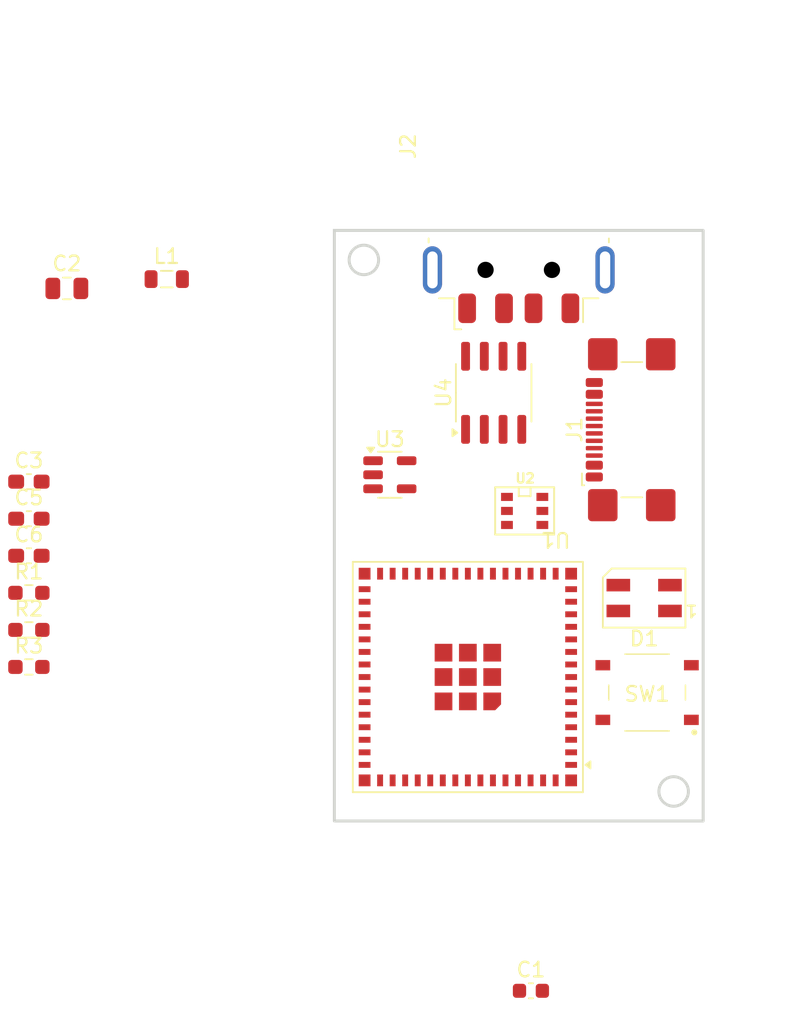
<source format=kicad_pcb>
(kicad_pcb (version 20241229) (generator "pcbnew") (generator_version "9.0")
  (layers (0 "F.Cu" signal) (2 "B.Cu" signal) (13 "F.Paste" user) (15 "B.Paste" user) (5 "F.SilkS" user "F.Silkscreen") (7 "B.SilkS" user "B.Silkscreen") (1 "F.Mask" user) (3 "B.Mask" user) (25 "Edge.Cuts" user))
  (net 0 "")
  (net 7 "14")
  (net 8 "15")
  (net 11 "1")
  (net 13 "2")
  (net 18 "4")
  (net 24 "GND")
  (net 25 "VCC_5V")
  (net 26 "VCC_3.3V")
  (net 27 "D+")
  (net 28 "D-")
  (net 29 "Net-(U3-SW)")
  (net 31 "3")
  (net 32 "DMX+")
  (net 33 "DMX-")
  (net 34 "Net-(J1-D--PadA7)")
  (net 35 "Net-(J1-CC2)")
  (net 36 "Net-(J1-D+-PadA6)")
  (net 38 "Net-(J1-CC1)")
  (footprint "Connector_USB:USB_C_Receptacle_GCT_USB4110" (layer "F.Cu") (at 108.8 93.5 90)
    (property "Reference" "J1" (at 0 -5.015 90) (layer "F.SilkS"))
    (property "Value" "USB_C_Receptacle_USB2.0_16P")
    (fp_line (start -2.96 -4.515) (end -3.76 -4.515) (stroke (width 0.12)) (layer "F.SilkS"))
    (fp_line (start -3.76 -4.515) (end -3.76 -4.365) (stroke (width 0.12)) (layer "F.SilkS"))
    (fp_line (start 4.58 -0.435) (end 4.58 -1.845) (stroke (width 0.12)) (layer "F.SilkS"))
    (fp_line (start -4.58 -0.435) (end -4.58 -1.845) (stroke (width 0.12)) (layer "F.SilkS"))
    (pad "" np_thru_hole circle (at -2.89 -2.605 90) (size 0.65 0.65) (drill 0.65) (layers "*.Cu" "*.Mask"))
    (pad "" np_thru_hole circle (at 2.89 -2.605 90) (size 0.65 0.65) (drill 0.65) (layers "*.Cu" "*.Mask"))
    (pad "A1" smd roundrect (at -3.2 -3.68 90) (size 0.6 1.15) (layers "F.Cu" "F.Mask" "F.Paste") (net 24 "GND"))
    (pad "A4" smd roundrect (at -2.4 -3.68 90) (size 0.6 1.15) (layers "F.Cu" "F.Mask" "F.Paste") (net 25 "VCC_5V"))
    (pad "A5" smd roundrect (at -1.25 -3.68 90) (size 0.3 1.15) (layers "F.Cu" "F.Mask" "F.Paste") (net 38 "Net-(J1-CC1)"))
    (pad "A6" smd roundrect (at -0.25 -3.68 90) (size 0.3 1.15) (layers "F.Cu" "F.Mask" "F.Paste") (net 36 "Net-(J1-D+-PadA6)"))
    (pad "A7" smd roundrect (at 0.25 -3.68 90) (size 0.3 1.15) (layers "F.Cu" "F.Mask" "F.Paste") (net 34 "Net-(J1-D--PadA7)"))
    (pad "A8" smd roundrect (at 1.25 -3.68 90) (size 0.3 1.15) (layers "F.Cu" "F.Mask" "F.Paste"))
    (pad "A9" smd roundrect (at 2.4 -3.68 90) (size 0.6 1.15) (layers "F.Cu" "F.Mask" "F.Paste") (net 25 "VCC_5V"))
    (pad "A12" smd roundrect (at 3.2 -3.68 90) (size 0.6 1.15) (layers "F.Cu" "F.Mask" "F.Paste") (net 24 "GND"))
    (pad "B1" smd roundrect (at 3.2 -3.68 90) (size 0.6 1.15) (layers "F.Cu" "F.Mask" "F.Paste") (net 24 "GND"))
    (pad "B4" smd roundrect (at 2.4 -3.68 90) (size 0.6 1.15) (layers "F.Cu" "F.Mask" "F.Paste") (net 25 "VCC_5V"))
    (pad "B5" smd roundrect (at 1.75 -3.68 90) (size 0.3 1.15) (layers "F.Cu" "F.Mask" "F.Paste") (net 35 "Net-(J1-CC2)"))
    (pad "B6" smd roundrect (at 0.75 -3.68 90) (size 0.3 1.15) (layers "F.Cu" "F.Mask" "F.Paste") (net 36 "Net-(J1-D+-PadA6)"))
    (pad "B7" smd roundrect (at -0.75 -3.68 90) (size 0.3 1.15) (layers "F.Cu" "F.Mask" "F.Paste") (net 34 "Net-(J1-D--PadA7)"))
    (pad "B8" smd roundrect (at -1.75 -3.68 90) (size 0.3 1.15) (layers "F.Cu" "F.Mask" "F.Paste"))
    (pad "B9" smd roundrect (at -2.4 -3.68 90) (size 0.6 1.15) (layers "F.Cu" "F.Mask" "F.Paste") (net 25 "VCC_5V"))
    (pad "B12" smd roundrect (at -3.2 -3.68 90) (size 0.6 1.15) (layers "F.Cu" "F.Mask" "F.Paste") (net 24 "GND"))
    (pad "S1" smd roundrect (at -5.11 -3.105 90) (size 2.18 2) (layers "F.Cu" "F.Mask" "F.Paste") (roundrect_rratio 0.125) (net 24 "GND"))
    (pad "S1" smd roundrect (at -5.11 0.825 90) (size 2.18 2) (layers "F.Cu" "F.Mask" "F.Paste") (roundrect_rratio 0.125) (net 24 "GND"))
    (pad "S1" smd roundrect (at 5.11 -3.105 90) (size 2.18 2) (layers "F.Cu" "F.Mask" "F.Paste") (roundrect_rratio 0.125) (net 24 "GND"))
    (pad "S1" smd roundrect (at 5.11 0.825 90) (size 2.18 2) (layers "F.Cu" "F.Mask" "F.Paste") (roundrect_rratio 0.125) (net 24 "GND"))
  )
  (footprint "Resistor_SMD:R_0603_1608Metric_Pad0.98x0.95mm_HandSolder" (layer "F.Cu") (at 66.7935 104.546)
    (property "Reference" "R1" (at 0 -1.43 0) (layer "F.SilkS"))
    (property "Value" "5k1")
    (fp_line (start -0.254724 -0.5225) (end 0.254724 -0.5225) (stroke (width 0.12)) (layer "F.SilkS"))
    (fp_line (start -0.254724 0.5225) (end 0.254724 0.5225) (stroke (width 0.12)) (layer "F.SilkS"))
    (pad "1" smd roundrect (at -0.9125 0) (size 0.975 0.95) (layers "F.Cu" "F.Mask" "F.Paste") (net 38 "Net-(J1-CC1)"))
    (pad "2" smd roundrect (at 0.9125 0) (size 0.975 0.95) (layers "F.Cu" "F.Mask" "F.Paste") (net 24 "GND"))
  )
  (footprint "Resistor_SMD:R_0603_1608Metric_Pad0.98x0.95mm_HandSolder" (layer "F.Cu") (at 66.7935 107.056)
    (property "Reference" "R2" (at 0 -1.43 0) (layer "F.SilkS"))
    (property "Value" "5k1")
    (fp_line (start -0.254724 -0.5225) (end 0.254724 -0.5225) (stroke (width 0.12)) (layer "F.SilkS"))
    (fp_line (start -0.254724 0.5225) (end 0.254724 0.5225) (stroke (width 0.12)) (layer "F.SilkS"))
    (pad "1" smd roundrect (at -0.9125 0) (size 0.975 0.95) (layers "F.Cu" "F.Mask" "F.Paste") (net 35 "Net-(J1-CC2)"))
    (pad "2" smd roundrect (at 0.9125 0) (size 0.975 0.95) (layers "F.Cu" "F.Mask" "F.Paste") (net 24 "GND"))
  )
  (footprint "LED_SMD:LED_SK6812MINI_PLCC4_3.5x3.5mm_P1.75mm" (layer "F.Cu") (at 108.5 104.9 180)
    (property "Reference" "D1" (at 0 -2.75 0) (layer "F.SilkS"))
    (property "Value" "SK6812MINI")
    (fp_line (start 2.8 1.4) (end 2.8 -2) (stroke (width 0.12)) (layer "F.SilkS"))
    (fp_line (start 2.8 1.4) (end 2.2 2) (stroke (width 0.12)) (layer "F.SilkS"))
    (fp_line (start -2.8 2) (end 2.2 2) (stroke (width 0.12)) (layer "F.SilkS"))
    (fp_line (start -2.8 -2) (end 2.8 -2) (stroke (width 0.12)) (layer "F.SilkS"))
    (fp_line (start -2.8 -2) (end -2.8 2) (stroke (width 0.12)) (layer "F.SilkS"))
    (fp_text user "1" (at -3.2 -0.875 180) (layer "F.SilkS") (effects (font (size 0.8 0.8))))
    (pad "1" smd rect (at -1.75 -0.875 180) (size 1.6 0.85) (layers "F.Cu" "F.Mask" "F.Paste"))
    (pad "2" smd rect (at -1.75 0.875 180) (size 1.6 0.85) (layers "F.Cu" "F.Mask" "F.Paste") (net 24 "GND"))
    (pad "3" smd rect (at 1.75 0.875 180) (size 1.6 0.85) (layers "F.Cu" "F.Mask" "F.Paste") (net 7 "14"))
    (pad "4" smd rect (at 1.75 -0.875 180) (size 1.6 0.85) (layers "F.Cu" "F.Mask" "F.Paste") (net 25 "VCC_5V"))
  )
  (footprint "RF_Module:ESP32-S2-MINI-1U" (layer "F.Cu") (at 96.55 110.25 180)
    (property "Reference" "U1" (at -5.95 9.3 180) (layer "F.SilkS"))
    (property "Value" "ESP32-S3-MINI-1U")
    (fp_line (start 7.8 7.8) (end -7.8 7.8) (stroke (width 0.12)) (layer "F.SilkS"))
    (fp_line (start 7.8 -7.8) (end 7.8 7.8) (stroke (width 0.12)) (layer "F.SilkS"))
    (fp_line (start -7.8 7.8) (end -7.8 -7.8) (stroke (width 0.12)) (layer "F.SilkS"))
    (fp_line (start -7.8 -7.8) (end 7.8 -7.8) (stroke (width 0.12)) (layer "F.SilkS"))
    (fp_poly (pts (xy -7.975 -5.95) (xy -8.311 -5.71) (xy -8.311 -6.19) (xy -7.975 -5.95)) (stroke (width 0.12)) (fill yes) (layer "F.SilkS"))
    (pad "1" smd rect (at -7 -5.95 180) (size 0.8 0.4) (layers "F.Cu" "F.Mask" "F.Paste") (net 24 "GND"))
    (pad "2" smd rect (at -7 -5.1 180) (size 0.8 0.4) (layers "F.Cu" "F.Mask" "F.Paste") (net 24 "GND"))
    (pad "3" smd rect (at -7 -4.25 180) (size 0.8 0.4) (layers "F.Cu" "F.Mask" "F.Paste") (net 26 "VCC_3.3V"))
    (pad "4" smd rect (at -7 -3.4 180) (size 0.8 0.4) (layers "F.Cu" "F.Mask" "F.Paste"))
    (pad "5" smd rect (at -7 -2.55 180) (size 0.8 0.4) (layers "F.Cu" "F.Mask" "F.Paste") (net 11 "1"))
    (pad "6" smd rect (at -7 -1.7 180) (size 0.8 0.4) (layers "F.Cu" "F.Mask" "F.Paste") (net 13 "2"))
    (pad "7" smd rect (at -7 -0.85 180) (size 0.8 0.4) (layers "F.Cu" "F.Mask" "F.Paste") (net 31 "3"))
    (pad "8" smd rect (at -7 0 180) (size 0.8 0.4) (layers "F.Cu" "F.Mask" "F.Paste") (net 18 "4"))
    (pad "9" smd rect (at -7 0.85 180) (size 0.8 0.4) (layers "F.Cu" "F.Mask" "F.Paste"))
    (pad "10" smd rect (at -7 1.7 180) (size 0.8 0.4) (layers "F.Cu" "F.Mask" "F.Paste"))
    (pad "11" smd rect (at -7 2.55 180) (size 0.8 0.4) (layers "F.Cu" "F.Mask" "F.Paste"))
    (pad "12" smd rect (at -7 3.4 180) (size 0.8 0.4) (layers "F.Cu" "F.Mask" "F.Paste"))
    (pad "13" smd rect (at -7 4.25 180) (size 0.8 0.4) (layers "F.Cu" "F.Mask" "F.Paste"))
    (pad "14" smd rect (at -7 5.1 180) (size 0.8 0.4) (layers "F.Cu" "F.Mask" "F.Paste"))
    (pad "15" smd rect (at -7 5.95 180) (size 0.8 0.4) (layers "F.Cu" "F.Mask" "F.Paste"))
    (pad "16" smd rect (at -5.95 7 270) (size 0.8 0.4) (layers "F.Cu" "F.Mask" "F.Paste"))
    (pad "17" smd rect (at -5.1 7 270) (size 0.8 0.4) (layers "F.Cu" "F.Mask" "F.Paste"))
    (pad "18" smd rect (at -4.25 7 270) (size 0.8 0.4) (layers "F.Cu" "F.Mask" "F.Paste") (net 7 "14"))
    (pad "19" smd rect (at -3.4 7 270) (size 0.8 0.4) (layers "F.Cu" "F.Mask" "F.Paste") (net 8 "15"))
    (pad "20" smd rect (at -2.55 7 270) (size 0.8 0.4) (layers "F.Cu" "F.Mask" "F.Paste"))
    (pad "21" smd rect (at -1.7 7 270) (size 0.8 0.4) (layers "F.Cu" "F.Mask" "F.Paste"))
    (pad "22" smd rect (at -0.85 7 270) (size 0.8 0.4) (layers "F.Cu" "F.Mask" "F.Paste"))
    (pad "23" smd rect (at 0 7 270) (size 0.8 0.4) (layers "F.Cu" "F.Mask" "F.Paste") (net 28 "D-"))
    (pad "24" smd rect (at 0.85 7 270) (size 0.8 0.4) (layers "F.Cu" "F.Mask" "F.Paste") (net 27 "D+"))
    (pad "25" smd rect (at 1.7 7 270) (size 0.8 0.4) (layers "F.Cu" "F.Mask" "F.Paste"))
    (pad "26" smd rect (at 2.55 7 270) (size 0.8 0.4) (layers "F.Cu" "F.Mask" "F.Paste"))
    (pad "27" smd rect (at 3.4 7 270) (size 0.8 0.4) (layers "F.Cu" "F.Mask" "F.Paste"))
    (pad "28" smd rect (at 4.25 7 270) (size 0.8 0.4) (layers "F.Cu" "F.Mask" "F.Paste"))
    (pad "29" smd rect (at 5.1 7 270) (size 0.8 0.4) (layers "F.Cu" "F.Mask" "F.Paste"))
    (pad "30" smd rect (at 5.95 7 270) (size 0.8 0.4) (layers "F.Cu" "F.Mask" "F.Paste"))
    (pad "31" smd rect (at 7 5.95 180) (size 0.8 0.4) (layers "F.Cu" "F.Mask" "F.Paste"))
    (pad "32" smd rect (at 7 5.1 180) (size 0.8 0.4) (layers "F.Cu" "F.Mask" "F.Paste"))
    (pad "33" smd rect (at 7 4.25 180) (size 0.8 0.4) (layers "F.Cu" "F.Mask" "F.Paste"))
    (pad "34" smd rect (at 7 3.4 180) (size 0.8 0.4) (layers "F.Cu" "F.Mask" "F.Paste"))
    (pad "35" smd rect (at 7 2.55 180) (size 0.8 0.4) (layers "F.Cu" "F.Mask" "F.Paste"))
    (pad "36" smd rect (at 7 1.7 180) (size 0.8 0.4) (layers "F.Cu" "F.Mask" "F.Paste"))
    (pad "37" smd rect (at 7 0.85 180) (size 0.8 0.4) (layers "F.Cu" "F.Mask" "F.Paste"))
    (pad "38" smd rect (at 7 0 180) (size 0.8 0.4) (layers "F.Cu" "F.Mask" "F.Paste"))
    (pad "39" smd rect (at 7 -0.85 180) (size 0.8 0.4) (layers "F.Cu" "F.Mask" "F.Paste"))
    (pad "40" smd rect (at 7 -1.7 180) (size 0.8 0.4) (layers "F.Cu" "F.Mask" "F.Paste"))
    (pad "41" smd rect (at 7 -2.55 180) (size 0.8 0.4) (layers "F.Cu" "F.Mask" "F.Paste"))
    (pad "42" smd rect (at 7 -3.4 180) (size 0.8 0.4) (layers "F.Cu" "F.Mask" "F.Paste") (net 24 "GND"))
    (pad "43" smd rect (at 7 -4.25 180) (size 0.8 0.4) (layers "F.Cu" "F.Mask" "F.Paste") (net 24 "GND"))
    (pad "44" smd rect (at 7 -5.1 180) (size 0.8 0.4) (layers "F.Cu" "F.Mask" "F.Paste"))
    (pad "45" smd rect (at 7 -5.95 180) (size 0.8 0.4) (layers "F.Cu" "F.Mask" "F.Paste"))
    (pad "46" smd rect (at 5.95 -7 270) (size 0.8 0.4) (layers "F.Cu" "F.Mask" "F.Paste") (net 24 "GND"))
    (pad "47" smd rect (at 5.1 -7 270) (size 0.8 0.4) (layers "F.Cu" "F.Mask" "F.Paste") (net 24 "GND"))
    (pad "48" smd rect (at 4.25 -7 270) (size 0.8 0.4) (layers "F.Cu" "F.Mask" "F.Paste") (net 24 "GND"))
    (pad "49" smd rect (at 3.4 -7 270) (size 0.8 0.4) (layers "F.Cu" "F.Mask" "F.Paste") (net 24 "GND"))
    (pad "50" smd rect (at 2.55 -7 270) (size 0.8 0.4) (layers "F.Cu" "F.Mask" "F.Paste") (net 24 "GND"))
    (pad "51" smd rect (at 1.7 -7 270) (size 0.8 0.4) (layers "F.Cu" "F.Mask" "F.Paste") (net 24 "GND"))
    (pad "52" smd rect (at 0.85 -7 270) (size 0.8 0.4) (layers "F.Cu" "F.Mask" "F.Paste") (net 24 "GND"))
    (pad "53" smd rect (at 0 -7 270) (size 0.8 0.4) (layers "F.Cu" "F.Mask" "F.Paste") (net 24 "GND"))
    (pad "54" smd rect (at -0.85 -7 270) (size 0.8 0.4) (layers "F.Cu" "F.Mask" "F.Paste") (net 24 "GND"))
    (pad "55" smd rect (at -1.7 -7 270) (size 0.8 0.4) (layers "F.Cu" "F.Mask" "F.Paste") (net 24 "GND"))
    (pad "56" smd rect (at -2.55 -7 270) (size 0.8 0.4) (layers "F.Cu" "F.Mask" "F.Paste") (net 24 "GND"))
    (pad "57" smd rect (at -3.4 -7 270) (size 0.8 0.4) (layers "F.Cu" "F.Mask" "F.Paste") (net 24 "GND"))
    (pad "58" smd rect (at -4.25 -7 270) (size 0.8 0.4) (layers "F.Cu" "F.Mask" "F.Paste") (net 24 "GND"))
    (pad "59" smd rect (at -5.1 -7 270) (size 0.8 0.4) (layers "F.Cu" "F.Mask" "F.Paste") (net 24 "GND"))
    (pad "60" smd rect (at -5.95 -7 270) (size 0.8 0.4) (layers "F.Cu" "F.Mask" "F.Paste") (net 24 "GND"))
    (pad "61" smd roundrect (at -1.65 -1.65 180) (size 1.2 1.2) (property pad_prop_heatsink) (layers "F.Cu" "F.Mask" "F.Paste") (roundrect_rratio 0) (chamfer_ratio 0.33) (chamfer top_left) (net 24 "GND"))
    (pad "61" smd rect (at -1.65 0 180) (size 1.2 1.2) (property pad_prop_heatsink) (layers "F.Cu" "F.Mask" "F.Paste") (net 24 "GND"))
    (pad "61" smd rect (at -1.65 1.65 180) (size 1.2 1.2) (property pad_prop_heatsink) (layers "F.Cu" "F.Mask" "F.Paste") (net 24 "GND"))
    (pad "61" smd rect (at 0 -1.65 180) (size 1.2 1.2) (property pad_prop_heatsink) (layers "F.Cu" "F.Mask" "F.Paste") (net 24 "GND"))
    (pad "61" smd rect (at 0 0 180) (size 1.2 1.2) (property pad_prop_heatsink) (layers "F.Cu" "F.Mask" "F.Paste") (net 24 "GND"))
    (pad "61" smd rect (at 0 1.65 180) (size 1.2 1.2) (property pad_prop_heatsink) (layers "F.Cu" "F.Mask" "F.Paste") (net 24 "GND"))
    (pad "61" smd rect (at 1.65 -1.65 180) (size 1.2 1.2) (property pad_prop_heatsink) (layers "F.Cu" "F.Mask" "F.Paste") (net 24 "GND"))
    (pad "61" smd rect (at 1.65 0 180) (size 1.2 1.2) (property pad_prop_heatsink) (layers "F.Cu" "F.Mask" "F.Paste") (net 24 "GND"))
    (pad "61" smd rect (at 1.65 1.65 180) (size 1.2 1.2) (property pad_prop_heatsink) (layers "F.Cu" "F.Mask" "F.Paste") (net 24 "GND"))
    (pad "62" smd rect (at -7 -7 180) (size 0.8 0.8) (layers "F.Cu" "F.Mask" "F.Paste") (net 24 "GND"))
    (pad "63" smd rect (at -7 7 180) (size 0.8 0.8) (layers "F.Cu" "F.Mask" "F.Paste") (net 24 "GND"))
    (pad "64" smd rect (at 7 7 180) (size 0.8 0.8) (layers "F.Cu" "F.Mask" "F.Paste") (net 24 "GND"))
    (pad "65" smd rect (at 7 -7 180) (size 0.8 0.8) (layers "F.Cu" "F.Mask" "F.Paste") (net 24 "GND"))
  )
  (footprint "Capacitor_SMD:C_0603_1608Metric" (layer "F.Cu") (at 100.825 131.5)
    (property "Reference" "C1" (at 0 -1.43 0) (layer "F.SilkS"))
    (property "Value" "4.7uF")
    (fp_line (start -0.14058 -0.51) (end 0.14058 -0.51) (stroke (width 0.12)) (layer "F.SilkS"))
    (fp_line (start -0.14058 0.51) (end 0.14058 0.51) (stroke (width 0.12)) (layer "F.SilkS"))
    (pad "1" smd roundrect (at -0.775 0) (size 0.9 0.95) (layers "F.Cu" "F.Mask" "F.Paste") (net 25 "VCC_5V"))
    (pad "2" smd roundrect (at 0.775 0) (size 0.9 0.95) (layers "F.Cu" "F.Mask" "F.Paste") (net 24 "GND"))
  )
  (footprint "Package_TO_SOT_SMD:TSOT-23-5" (layer "F.Cu") (at 91.2625 96.55)
    (property "Reference" "U3" (at 0 -2.4 0) (layer "F.SilkS"))
    (property "Value" "ADP2108AUJ-3.3")
    (fp_line (start 0 -1.56) (end -0.8 -1.56) (stroke (width 0.12)) (layer "F.SilkS"))
    (fp_line (start 0 -1.56) (end 0.8 -1.56) (stroke (width 0.12)) (layer "F.SilkS"))
    (fp_line (start 0 1.56) (end -0.8 1.56) (stroke (width 0.12)) (layer "F.SilkS"))
    (fp_line (start 0 1.56) (end 0.8 1.56) (stroke (width 0.12)) (layer "F.SilkS"))
    (fp_poly (pts (xy -1.3 -1.51) (xy -1.54 -1.84) (xy -1.06 -1.84) (xy -1.3 -1.51)) (stroke (width 0.12)) (fill yes) (layer "F.SilkS"))
    (pad "1" smd roundrect (at -1.1375 -0.95) (size 1.325 0.6) (layers "F.Cu" "F.Mask" "F.Paste") (net 25 "VCC_5V"))
    (pad "2" smd roundrect (at -1.1375 0) (size 1.325 0.6) (layers "F.Cu" "F.Mask" "F.Paste") (net 24 "GND"))
    (pad "3" smd roundrect (at -1.1375 0.95) (size 1.325 0.6) (layers "F.Cu" "F.Mask" "F.Paste") (net 25 "VCC_5V"))
    (pad "4" smd roundrect (at 1.1375 0.95) (size 1.325 0.6) (layers "F.Cu" "F.Mask" "F.Paste") (net 26 "VCC_3.3V"))
    (pad "5" smd roundrect (at 1.1375 -0.95) (size 1.325 0.6) (layers "F.Cu" "F.Mask" "F.Paste") (net 29 "Net-(U3-SW)"))
  )
  (footprint "Resistor_SMD:R_0603_1608Metric_Pad0.98x0.95mm_HandSolder" (layer "F.Cu") (at 66.7935 109.566)
    (property "Reference" "R3" (at 0 -1.43 0) (layer "F.SilkS"))
    (property "Value" "10k")
    (fp_line (start -0.254724 -0.5225) (end 0.254724 -0.5225) (stroke (width 0.12)) (layer "F.SilkS"))
    (fp_line (start -0.254724 0.5225) (end 0.254724 0.5225) (stroke (width 0.12)) (layer "F.SilkS"))
    (pad "1" smd roundrect (at -0.9125 0) (size 0.975 0.95) (layers "F.Cu" "F.Mask" "F.Paste") (net 26 "VCC_3.3V"))
    (pad "2" smd roundrect (at 0.9125 0) (size 0.975 0.95) (layers "F.Cu" "F.Mask" "F.Paste") (net 8 "15"))
  )
  (footprint "Package_SO:SOIC-8_3.9x4.9mm_P1.27mm" (layer "F.Cu") (at 98.3 91 90)
    (property "Reference" "U4" (at 0 -3.4 90) (layer "F.SilkS"))
    (property "Value" "ST485E")
    (fp_line (start 0 -2.56) (end 1.95 -2.56) (stroke (width 0.12)) (layer "F.SilkS"))
    (fp_line (start 0 -2.56) (end -1.95 -2.56) (stroke (width 0.12)) (layer "F.SilkS"))
    (fp_line (start 0 2.56) (end 1.95 2.56) (stroke (width 0.12)) (layer "F.SilkS"))
    (fp_line (start 0 2.56) (end -1.95 2.56) (stroke (width 0.12)) (layer "F.SilkS"))
    (fp_poly (pts (xy -2.7 -2.465) (xy -2.94 -2.795) (xy -2.46 -2.795) (xy -2.7 -2.465)) (stroke (width 0.12)) (fill yes) (layer "F.SilkS"))
    (pad "1" smd roundrect (at -2.475 -1.905 90) (size 1.95 0.6) (layers "F.Cu" "F.Mask" "F.Paste") (net 11 "1"))
    (pad "2" smd roundrect (at -2.475 -0.635 90) (size 1.95 0.6) (layers "F.Cu" "F.Mask" "F.Paste") (net 13 "2"))
    (pad "3" smd roundrect (at -2.475 0.635 90) (size 1.95 0.6) (layers "F.Cu" "F.Mask" "F.Paste") (net 31 "3"))
    (pad "4" smd roundrect (at -2.475 1.905 90) (size 1.95 0.6) (layers "F.Cu" "F.Mask" "F.Paste") (net 18 "4"))
    (pad "5" smd roundrect (at 2.475 1.905 90) (size 1.95 0.6) (layers "F.Cu" "F.Mask" "F.Paste") (net 24 "GND"))
    (pad "6" smd roundrect (at 2.475 0.635 90) (size 1.95 0.6) (layers "F.Cu" "F.Mask" "F.Paste") (net 32 "DMX+"))
    (pad "7" smd roundrect (at 2.475 -0.635 90) (size 1.95 0.6) (layers "F.Cu" "F.Mask" "F.Paste") (net 33 "DMX-"))
    (pad "8" smd roundrect (at 2.475 -1.905 90) (size 1.95 0.6) (layers "F.Cu" "F.Mask" "F.Paste") (net 25 "VCC_5V"))
  )
  (footprint "footprints:IP4234CZ6_SOT-457-6" (layer "F.Cu") (at 100.4 99)
    (property "Reference" "U2" (at 0.032 -2.2064 0) (layer "F.SilkS") (effects (font (size 0.64 0.64))))
    (property "Value" "IP4234CZ6")
    (fp_line (start -2 -1.6) (end -0.4 -1.6) (stroke (width 0.127)) (layer "F.SilkS"))
    (fp_line (start -2 1.6) (end -2 -1.6) (stroke (width 0.127)) (layer "F.SilkS"))
    (fp_line (start -0.4 -1.6) (end -0.4 -1) (stroke (width 0.127)) (layer "F.SilkS"))
    (fp_line (start -0.4 -1.6) (end 0.4 -1.6) (stroke (width 0.127)) (layer "F.SilkS"))
    (fp_line (start -0.4 -1) (end 0.4 -1) (stroke (width 0.127)) (layer "F.SilkS"))
    (fp_line (start 0.4 -1.6) (end 2 -1.6) (stroke (width 0.127)) (layer "F.SilkS"))
    (fp_line (start 0.4 -1) (end 0.4 -1.6) (stroke (width 0.127)) (layer "F.SilkS"))
    (fp_line (start 2 -1.6) (end 2 1.6) (stroke (width 0.127)) (layer "F.SilkS"))
    (fp_line (start 2 1.6) (end -2 1.6) (stroke (width 0.127)) (layer "F.SilkS"))
    (pad "1" smd rect (at -1.2 -0.95) (size 0.8 0.55) (layers "F.Cu" "F.Mask" "F.Paste") (net 36 "Net-(J1-D+-PadA6)"))
    (pad "2" smd rect (at -1.2 0) (size 0.8 0.55) (layers "F.Cu" "F.Mask" "F.Paste") (net 24 "GND"))
    (pad "3" smd rect (at -1.2 0.95) (size 0.8 0.55) (layers "F.Cu" "F.Mask" "F.Paste") (net 27 "D+"))
    (pad "4" smd rect (at 1.2 0.95) (size 0.8 0.55) (layers "F.Cu" "F.Mask" "F.Paste") (net 28 "D-"))
    (pad "5" smd rect (at 1.2 0) (size 0.8 0.55) (layers "F.Cu" "F.Mask" "F.Paste") (net 25 "VCC_5V"))
    (pad "6" smd rect (at 1.2 -0.95) (size 0.8 0.55) (layers "F.Cu" "F.Mask" "F.Paste") (net 34 "Net-(J1-D--PadA7)"))
  )
  (footprint "footprints:PTS526SM15SMTR2LFS" (layer "F.Cu") (at 108.7 111.3 180)
    (property "Reference" "SW1" (at 0 -0.1 0) (layer "F.SilkS"))
    (property "Value" "PTS526_SM15_SMTR2_LFS")
    (fp_line (start 2.6 -0.5) (end 2.6 0.5) (stroke (width 0.1)) (layer "F.SilkS"))
    (fp_line (start -1.5 2.6) (end 1.5 2.6) (stroke (width 0.1)) (layer "F.SilkS"))
    (fp_line (start -1.5 -2.6) (end 1.5 -2.6) (stroke (width 0.1)) (layer "F.SilkS"))
    (fp_line (start -2.6 -0.5) (end -2.6 0.5) (stroke (width 0.1)) (layer "F.SilkS"))
    (fp_arc (start -3.2 -2.6) (mid -3.3 -2.7) (end -3.2 -2.8) (stroke (width 0.2)) (layer "F.SilkS"))
    (fp_arc (start -3.2 -2.8) (mid -3.1 -2.7) (end -3.2 -2.6) (stroke (width 0.2)) (layer "F.SilkS"))
    (pad "1" smd rect (at -3 -1.85 180) (size 1 0.7) (layers "F.Cu" "F.Mask" "F.Paste") (net 24 "GND"))
    (pad "2" smd rect (at 3 -1.85 180) (size 1 0.7) (layers "F.Cu" "F.Mask" "F.Paste") (net 24 "GND"))
    (pad "3" smd rect (at -3 1.85 180) (size 1 0.7) (layers "F.Cu" "F.Mask" "F.Paste") (net 8 "15"))
    (pad "4" smd rect (at 3 1.85 180) (size 1 0.7) (layers "F.Cu" "F.Mask" "F.Paste") (net 8 "15"))
  )
  (footprint "Capacitor_SMD:C_0603_1608Metric_Pad1.08x0.95mm_HandSolder" (layer "F.Cu") (at 66.7935 102.036)
    (property "Reference" "C6" (at 0 -1.43 0) (layer "F.SilkS"))
    (property "Value" "0u1F")
    (fp_line (start -0.146267 -0.51) (end 0.146267 -0.51) (stroke (width 0.12)) (layer "F.SilkS"))
    (fp_line (start -0.146267 0.51) (end 0.146267 0.51) (stroke (width 0.12)) (layer "F.SilkS"))
    (pad "1" smd roundrect (at -0.8625 0) (size 1.075 0.95) (layers "F.Cu" "F.Mask" "F.Paste") (net 25 "VCC_5V"))
    (pad "2" smd roundrect (at 0.8625 0) (size 1.075 0.95) (layers "F.Cu" "F.Mask" "F.Paste") (net 24 "GND"))
  )
  (footprint "Capacitor_SMD:C_0603_1608Metric_Pad1.08x0.95mm_HandSolder" (layer "F.Cu") (at 66.7935 99.526)
    (property "Reference" "C5" (at 0 -1.43 0) (layer "F.SilkS"))
    (property "Value" "0u1F")
    (fp_line (start -0.146267 -0.51) (end 0.146267 -0.51) (stroke (width 0.12)) (layer "F.SilkS"))
    (fp_line (start -0.146267 0.51) (end 0.146267 0.51) (stroke (width 0.12)) (layer "F.SilkS"))
    (pad "1" smd roundrect (at -0.8625 0) (size 1.075 0.95) (layers "F.Cu" "F.Mask" "F.Paste") (net 26 "VCC_3.3V"))
    (pad "2" smd roundrect (at 0.8625 0) (size 1.075 0.95) (layers "F.Cu" "F.Mask" "F.Paste") (net 24 "GND"))
  )
  (footprint "Inductor_SMD:L_0805_2012Metric" (layer "F.Cu") (at 76.1375 83.3)
    (property "Reference" "L1" (at 0 -1.55 0) (layer "F.SilkS"))
    (property "Value" "1uH")
    (fp_line (start -0.399622 -0.56) (end 0.399622 -0.56) (stroke (width 0.12)) (layer "F.SilkS"))
    (fp_line (start -0.399622 0.56) (end 0.399622 0.56) (stroke (width 0.12)) (layer "F.SilkS"))
    (pad "1" smd roundrect (at -1.0625 0) (size 0.875 1.2) (layers "F.Cu" "F.Mask" "F.Paste") (net 29 "Net-(U3-SW)"))
    (pad "2" smd roundrect (at 1.0625 0) (size 0.875 1.2) (layers "F.Cu" "F.Mask" "F.Paste") (net 26 "VCC_3.3V"))
  )
  (footprint "Connector_USB:USB_A_Molex_48037-2200_Horizontal" (layer "F.Cu") (at 100 74.3 90)
    (property "Reference" "J2" (at 0 -7.5 90) (layer "F.SilkS"))
    (property "Value" "USB_A")
    (fp_line (start -6.515 -6.11) (end -6.245 -6.11) (stroke (width 0.12)) (layer "F.SilkS"))
    (fp_line (start -10.3 -5.4) (end -10.3 -4.36) (stroke (width 0.12)) (layer "F.SilkS"))
    (fp_line (start -12.4 -4.36) (end -10.3 -4.36) (stroke (width 0.12)) (layer "F.SilkS"))
    (fp_line (start -12.4 -4.36) (end -12.4 -3.9) (stroke (width 0.12)) (layer "F.SilkS"))
    (fp_line (start -10.3 4.36) (end -10.3 5.4) (stroke (width 0.12)) (layer "F.SilkS"))
    (fp_line (start -11.92 4.36) (end -10.3 4.36) (stroke (width 0.12)) (layer "F.SilkS"))
    (fp_line (start -6.515 6.11) (end -6.245 6.11) (stroke (width 0.12)) (layer "F.SilkS"))
    (pad "" np_thru_hole circle (at -8.375 -2.25 90) (size 1.1 1.1) (drill 1.1) (layers "*.Mask"))
    (pad "" np_thru_hole circle (at -8.375 2.25 90) (size 1.1 1.1) (drill 1.1) (layers "*.Mask"))
    (pad "1" smd roundrect (at -10.975 -3.5 90) (size 2 1.2) (layers "F.Cu" "F.Mask" "F.Paste") (net 25 "VCC_5V"))
    (pad "2" smd roundrect (at -10.975 -1 90) (size 2 1.2) (layers "F.Cu" "F.Mask" "F.Paste") (net 33 "DMX-"))
    (pad "3" smd roundrect (at -10.975 1 90) (size 2 1.2) (layers "F.Cu" "F.Mask" "F.Paste") (net 32 "DMX+"))
    (pad "4" smd roundrect (at -10.975 3.5 90) (size 2 1.2) (layers "F.Cu" "F.Mask" "F.Paste") (net 24 "GND"))
    (pad "5" thru_hole oval (at -8.375 -5.85 90) (size 3.2 1.3) (drill oval 2.5 0.7) (property pad_prop_heatsink) (layers "*.Cu" "*.Mask") (net 24 "GND"))
    (pad "5" thru_hole oval (at -8.375 5.85 90) (size 3.2 1.3) (drill oval 2.5 0.7) (property pad_prop_heatsink) (layers "*.Cu" "*.Mask") (net 24 "GND"))
  )
  (footprint "Capacitor_SMD:C_0603_1608Metric_Pad1.08x0.95mm_HandSolder" (layer "F.Cu") (at 66.7935 97.016)
    (property "Reference" "C3" (at 0 -1.43 0) (layer "F.SilkS"))
    (property "Value" "0u1F")
    (fp_line (start -0.146267 -0.51) (end 0.146267 -0.51) (stroke (width 0.12)) (layer "F.SilkS"))
    (fp_line (start -0.146267 0.51) (end 0.146267 0.51) (stroke (width 0.12)) (layer "F.SilkS"))
    (pad "1" smd roundrect (at -0.8625 0) (size 1.075 0.95) (layers "F.Cu" "F.Mask" "F.Paste") (net 8 "15"))
    (pad "2" smd roundrect (at 0.8625 0) (size 1.075 0.95) (layers "F.Cu" "F.Mask" "F.Paste") (net 24 "GND"))
  )
  (footprint "Capacitor_SMD:C_0805_2012Metric" (layer "F.Cu") (at 69.3675 83.93)
    (property "Reference" "C2" (at 0 -1.68 0) (layer "F.SilkS"))
    (property "Value" "10uF")
    (fp_line (start -0.261252 -0.735) (end 0.261252 -0.735) (stroke (width 0.12)) (layer "F.SilkS"))
    (fp_line (start -0.261252 0.735) (end 0.261252 0.735) (stroke (width 0.12)) (layer "F.SilkS"))
    (pad "1" smd roundrect (at -0.95 0) (size 1 1.45) (layers "F.Cu" "F.Mask" "F.Paste") (net 26 "VCC_3.3V"))
    (pad "2" smd roundrect (at 0.95 0) (size 1 1.45) (layers "F.Cu" "F.Mask" "F.Paste") (net 24 "GND"))
  )
  (gr_circle (center 89.5 82) (end 89.5 83) (stroke (width 0.2)) (fill no) (layer "Edge.Cuts"))
  (gr_rect (start 87.5 80) (end 112.5 120) (stroke (width 0.2)) (fill no) (layer "Edge.Cuts"))
  (gr_circle (center 110.5 118) (end 110.5 119) (stroke (width 0.2)) (fill no) (layer "Edge.Cuts"))
)
</source>
